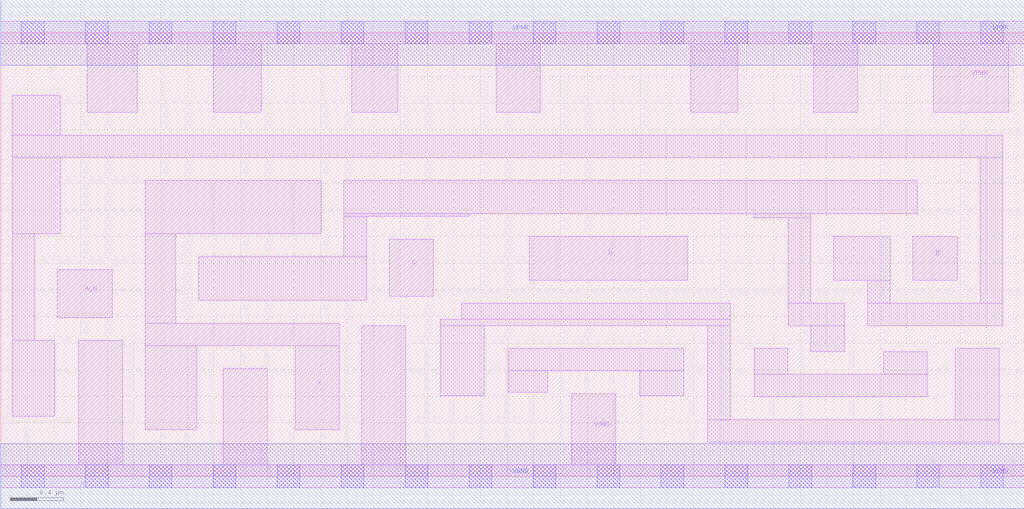
<source format=lef>
# Copyright 2020 The SkyWater PDK Authors
#
# Licensed under the Apache License, Version 2.0 (the "License");
# you may not use this file except in compliance with the License.
# You may obtain a copy of the License at
#
#     https://www.apache.org/licenses/LICENSE-2.0
#
# Unless required by applicable law or agreed to in writing, software
# distributed under the License is distributed on an "AS IS" BASIS,
# WITHOUT WARRANTIES OR CONDITIONS OF ANY KIND, either express or implied.
# See the License for the specific language governing permissions and
# limitations under the License.
#
# SPDX-License-Identifier: Apache-2.0

VERSION 5.7 ;
  NAMESCASESENSITIVE ON ;
  NOWIREEXTENSIONATPIN ON ;
  DIVIDERCHAR "/" ;
  BUSBITCHARS "[]" ;
UNITS
  DATABASE MICRONS 200 ;
END UNITS
MACRO sky130_fd_sc_hs__and4b_4
  CLASS CORE ;
  SOURCE USER ;
  FOREIGN sky130_fd_sc_hs__and4b_4 ;
  ORIGIN  0.000000  0.000000 ;
  SIZE  7.680000 BY  3.330000 ;
  SYMMETRY X Y ;
  SITE unit ;
  PIN A_N
    ANTENNAGATEAREA  0.246000 ;
    DIRECTION INPUT ;
    USE SIGNAL ;
    PORT
      LAYER li1 ;
        RECT 0.425000 1.190000 0.835000 1.550000 ;
    END
  END A_N
  PIN B
    ANTENNAGATEAREA  0.492000 ;
    DIRECTION INPUT ;
    USE SIGNAL ;
    PORT
      LAYER li1 ;
        RECT 6.845000 1.470000 7.180000 1.800000 ;
    END
  END B
  PIN C
    ANTENNAGATEAREA  0.492000 ;
    DIRECTION INPUT ;
    USE SIGNAL ;
    PORT
      LAYER li1 ;
        RECT 2.915000 1.350000 3.245000 1.780000 ;
    END
  END C
  PIN D
    ANTENNAGATEAREA  0.492000 ;
    DIRECTION INPUT ;
    USE SIGNAL ;
    PORT
      LAYER li1 ;
        RECT 3.965000 1.470000 5.155000 1.800000 ;
    END
  END D
  PIN X
    ANTENNADIFFAREA  1.209600 ;
    DIRECTION OUTPUT ;
    USE SIGNAL ;
    PORT
      LAYER li1 ;
        RECT 1.085000 0.350000 1.470000 0.980000 ;
        RECT 1.085000 0.980000 2.540000 1.150000 ;
        RECT 1.085000 1.150000 1.315000 1.820000 ;
        RECT 1.085000 1.820000 2.405000 2.220000 ;
        RECT 2.210000 0.350000 2.540000 0.980000 ;
    END
  END X
  PIN VGND
    DIRECTION INOUT ;
    USE GROUND ;
    PORT
      LAYER li1 ;
        RECT 0.000000 -0.085000 7.680000 0.085000 ;
        RECT 0.585000  0.085000 0.915000 1.020000 ;
        RECT 1.670000  0.085000 2.000000 0.810000 ;
        RECT 2.710000  0.085000 3.040000 1.130000 ;
        RECT 4.285000  0.085000 4.615000 0.620000 ;
      LAYER mcon ;
        RECT 0.155000 -0.085000 0.325000 0.085000 ;
        RECT 0.635000 -0.085000 0.805000 0.085000 ;
        RECT 1.115000 -0.085000 1.285000 0.085000 ;
        RECT 1.595000 -0.085000 1.765000 0.085000 ;
        RECT 2.075000 -0.085000 2.245000 0.085000 ;
        RECT 2.555000 -0.085000 2.725000 0.085000 ;
        RECT 3.035000 -0.085000 3.205000 0.085000 ;
        RECT 3.515000 -0.085000 3.685000 0.085000 ;
        RECT 3.995000 -0.085000 4.165000 0.085000 ;
        RECT 4.475000 -0.085000 4.645000 0.085000 ;
        RECT 4.955000 -0.085000 5.125000 0.085000 ;
        RECT 5.435000 -0.085000 5.605000 0.085000 ;
        RECT 5.915000 -0.085000 6.085000 0.085000 ;
        RECT 6.395000 -0.085000 6.565000 0.085000 ;
        RECT 6.875000 -0.085000 7.045000 0.085000 ;
        RECT 7.355000 -0.085000 7.525000 0.085000 ;
      LAYER met1 ;
        RECT 0.000000 -0.245000 7.680000 0.245000 ;
    END
  END VGND
  PIN VPWR
    DIRECTION INOUT ;
    USE POWER ;
    PORT
      LAYER li1 ;
        RECT 0.000000 3.245000 7.680000 3.415000 ;
        RECT 0.650000 2.730000 1.025000 3.245000 ;
        RECT 1.595000 2.730000 1.955000 3.245000 ;
        RECT 2.635000 2.730000 2.980000 3.245000 ;
        RECT 3.720000 2.730000 4.050000 3.245000 ;
        RECT 5.180000 2.730000 5.530000 3.245000 ;
        RECT 6.100000 2.730000 6.430000 3.245000 ;
        RECT 7.000000 2.730000 7.565000 3.245000 ;
      LAYER mcon ;
        RECT 0.155000 3.245000 0.325000 3.415000 ;
        RECT 0.635000 3.245000 0.805000 3.415000 ;
        RECT 1.115000 3.245000 1.285000 3.415000 ;
        RECT 1.595000 3.245000 1.765000 3.415000 ;
        RECT 2.075000 3.245000 2.245000 3.415000 ;
        RECT 2.555000 3.245000 2.725000 3.415000 ;
        RECT 3.035000 3.245000 3.205000 3.415000 ;
        RECT 3.515000 3.245000 3.685000 3.415000 ;
        RECT 3.995000 3.245000 4.165000 3.415000 ;
        RECT 4.475000 3.245000 4.645000 3.415000 ;
        RECT 4.955000 3.245000 5.125000 3.415000 ;
        RECT 5.435000 3.245000 5.605000 3.415000 ;
        RECT 5.915000 3.245000 6.085000 3.415000 ;
        RECT 6.395000 3.245000 6.565000 3.415000 ;
        RECT 6.875000 3.245000 7.045000 3.415000 ;
        RECT 7.355000 3.245000 7.525000 3.415000 ;
      LAYER met1 ;
        RECT 0.000000 3.085000 7.680000 3.575000 ;
    END
  END VPWR
  OBS
    LAYER li1 ;
      RECT 0.085000 0.450000 0.405000 1.020000 ;
      RECT 0.085000 1.020000 0.255000 1.820000 ;
      RECT 0.085000 1.820000 0.445000 2.390000 ;
      RECT 0.085000 2.390000 7.520000 2.560000 ;
      RECT 0.085000 2.560000 0.445000 2.860000 ;
      RECT 1.485000 1.320000 2.745000 1.650000 ;
      RECT 2.575000 1.650000 2.745000 1.950000 ;
      RECT 2.575000 1.950000 3.515000 1.970000 ;
      RECT 2.575000 1.970000 6.880000 2.220000 ;
      RECT 3.300000 0.605000 3.630000 1.130000 ;
      RECT 3.300000 1.130000 5.475000 1.180000 ;
      RECT 3.460000 1.180000 5.475000 1.300000 ;
      RECT 3.810000 0.630000 4.105000 0.790000 ;
      RECT 3.810000 0.790000 5.125000 0.960000 ;
      RECT 4.795000 0.605000 5.125000 0.790000 ;
      RECT 5.305000 0.255000 7.495000 0.425000 ;
      RECT 5.305000 0.425000 5.475000 1.130000 ;
      RECT 5.650000 1.940000 6.080000 1.970000 ;
      RECT 5.655000 0.595000 6.955000 0.765000 ;
      RECT 5.655000 0.765000 5.905000 0.960000 ;
      RECT 5.910000 1.130000 6.335000 1.300000 ;
      RECT 5.910000 1.300000 6.080000 1.940000 ;
      RECT 6.080000 0.935000 6.335000 1.130000 ;
      RECT 6.250000 1.470000 6.675000 1.800000 ;
      RECT 6.505000 1.130000 7.520000 1.300000 ;
      RECT 6.505000 1.300000 6.675000 1.470000 ;
      RECT 6.625000 0.765000 6.955000 0.935000 ;
      RECT 7.165000 0.425000 7.495000 0.960000 ;
      RECT 7.350000 1.300000 7.520000 2.390000 ;
  END
END sky130_fd_sc_hs__and4b_4

</source>
